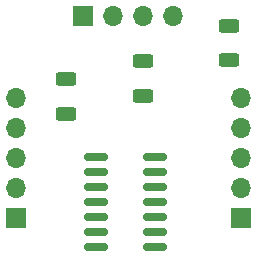
<source format=gbr>
%TF.GenerationSoftware,KiCad,Pcbnew,8.0.3*%
%TF.CreationDate,2024-10-12T13:36:13-04:00*%
%TF.ProjectId,puzzle-piece-pcb,70757a7a-6c65-42d7-9069-6563652d7063,rev?*%
%TF.SameCoordinates,Original*%
%TF.FileFunction,Soldermask,Bot*%
%TF.FilePolarity,Negative*%
%FSLAX46Y46*%
G04 Gerber Fmt 4.6, Leading zero omitted, Abs format (unit mm)*
G04 Created by KiCad (PCBNEW 8.0.3) date 2024-10-12 13:36:13*
%MOMM*%
%LPD*%
G01*
G04 APERTURE LIST*
G04 Aperture macros list*
%AMRoundRect*
0 Rectangle with rounded corners*
0 $1 Rounding radius*
0 $2 $3 $4 $5 $6 $7 $8 $9 X,Y pos of 4 corners*
0 Add a 4 corners polygon primitive as box body*
4,1,4,$2,$3,$4,$5,$6,$7,$8,$9,$2,$3,0*
0 Add four circle primitives for the rounded corners*
1,1,$1+$1,$2,$3*
1,1,$1+$1,$4,$5*
1,1,$1+$1,$6,$7*
1,1,$1+$1,$8,$9*
0 Add four rect primitives between the rounded corners*
20,1,$1+$1,$2,$3,$4,$5,0*
20,1,$1+$1,$4,$5,$6,$7,0*
20,1,$1+$1,$6,$7,$8,$9,0*
20,1,$1+$1,$8,$9,$2,$3,0*%
G04 Aperture macros list end*
%ADD10R,1.700000X1.700000*%
%ADD11O,1.700000X1.700000*%
%ADD12RoundRect,0.150000X0.825000X0.150000X-0.825000X0.150000X-0.825000X-0.150000X0.825000X-0.150000X0*%
%ADD13RoundRect,0.250000X-0.625000X0.312500X-0.625000X-0.312500X0.625000X-0.312500X0.625000X0.312500X0*%
%ADD14RoundRect,0.250000X0.625000X-0.312500X0.625000X0.312500X-0.625000X0.312500X-0.625000X-0.312500X0*%
G04 APERTURE END LIST*
D10*
%TO.C,J1*%
X159950000Y-90725000D03*
D11*
X162490000Y-90725000D03*
X165030000Y-90725000D03*
X167570000Y-90725000D03*
%TD*%
D12*
%TO.C,U1*%
X165975000Y-102690000D03*
X165975000Y-103960000D03*
X165975000Y-105230000D03*
X165975000Y-106500000D03*
X165975000Y-107770000D03*
X165975000Y-109040000D03*
X165975000Y-110310000D03*
X161025000Y-110310000D03*
X161025000Y-109040000D03*
X161025000Y-107770000D03*
X161025000Y-106500000D03*
X161025000Y-105230000D03*
X161025000Y-103960000D03*
X161025000Y-102690000D03*
%TD*%
D13*
%TO.C,R1*%
X158500000Y-96075000D03*
X158500000Y-99000000D03*
%TD*%
D14*
%TO.C,R_10K2*%
X172250000Y-94462500D03*
X172250000Y-91537500D03*
%TD*%
D10*
%TO.C,J3*%
X173250000Y-107825000D03*
D11*
X173250000Y-105285000D03*
X173250000Y-102745000D03*
X173250000Y-100205000D03*
X173250000Y-97665000D03*
%TD*%
D13*
%TO.C,R_10K1*%
X165000000Y-94537500D03*
X165000000Y-97462500D03*
%TD*%
D10*
%TO.C,J2*%
X154250000Y-107825000D03*
D11*
X154250000Y-105285000D03*
X154250000Y-102745000D03*
X154250000Y-100205000D03*
X154250000Y-97665000D03*
%TD*%
M02*

</source>
